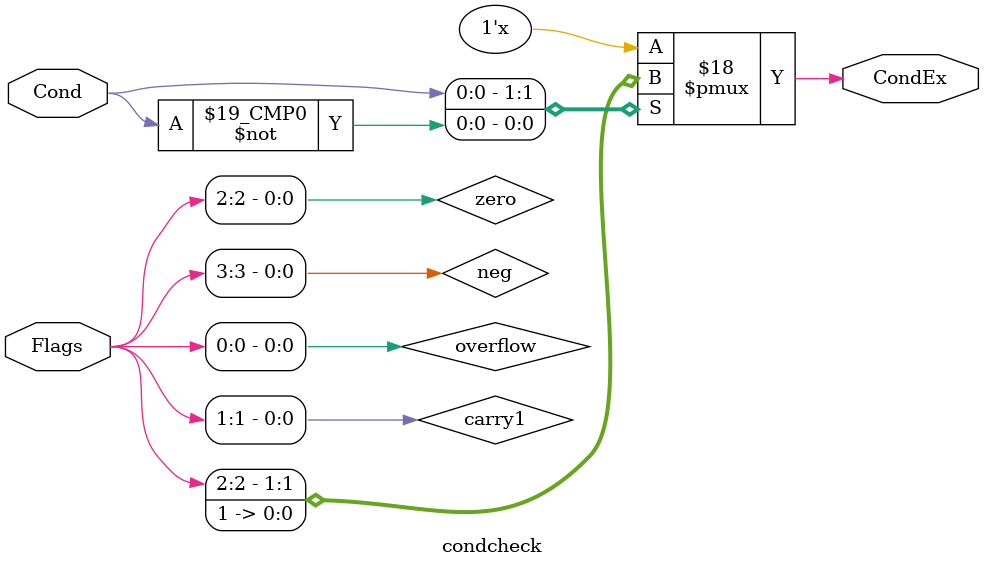
<source format=sv>
module Condition_Unit(input logic clk, reset,
							 input logic CondE,
							 input logic [3:0] ALUFlags,
							 input logic [3:0] FlagsE,
							 output logic [3:0] ALUFlags_Out,
							 input logic [1:0] FlagWriteE,
							 input logic PCSrcE, RegWriteE, MemWriteE,BranchE,
							 output logic PCSrcM, RegWriteM,MemWriteM, BranchTakenE);
							 

logic [1:0] FlagWrite;
logic [3:0] Flags;
logic CondEx;

flopenr #(2)flagreg1(clk, reset, FlagWrite[1],
							ALUFlags[3:2], Flags[3:2]);
flopenr #(2)flagreg0(clk, reset, FlagWrite[0],
							ALUFlags[1:0], Flags[1:0]);
							
							
// write controls are conditional
condcheck cc(CondE, Flags, CondEx);

assign FlagWrite = FlagWriteE & {2{CondEx}};
assign RegWriteM = RegWriteE & CondEx;
assign MemWriteM = MemWriteE & CondEx;
assign PCSrcM = PCSrcE & CondEx;
assign BranchTakenE = CondEx & BranchE;
 
assign ALUFlags_Out = ALUFlags;

endmodule


module condcheck(input logic Cond,
					  input logic [3:0] Flags,
					  output logic CondEx);
					  
					  
logic neg, zero, carry1, overflow, ge;

assign {neg, zero, carry1, overflow} = Flags;

assign ge = (neg == overflow);

always_comb
	case(Cond)
		1'b1: 
			CondEx = zero; // EQ
		4'b0001: 
			CondEx = ~zero; // NE
		4'b0010: 
			CondEx = carry1; // CS
		4'b0011: 
			CondEx = ~carry1; // CC
		4'b0100: 
			CondEx = neg; // MI
		4'b0101:
			CondEx = ~neg; // PL
		4'b0110: 
			CondEx = overflow; // VS
		4'b0111: 
			CondEx = ~overflow; // VC
		4'b1000: 
			CondEx = carry1 & ~zero; // HI
		4'b1001: 
			CondEx = ~(carry1 & ~zero); // LS
		4'b1010: 
			CondEx = ge; // GE
		4'b1011: 
			CondEx = ~ge; // LT
		4'b1100: 
			CondEx = ~zero & ge; // GT
		4'b1101: 
			CondEx = ~(~zero & ge); // LE
		1'b0: 
			CondEx = 1'b1; // Always
		default: 
			CondEx = 1'bx; // undefined
			
	endcase
endmodule

</source>
